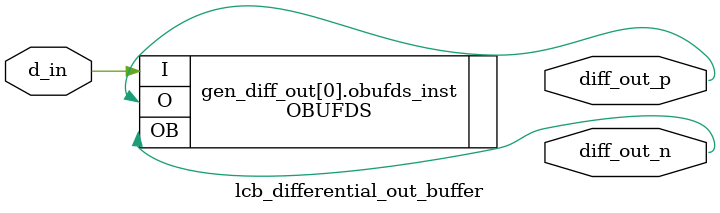
<source format=v>
`timescale 1ns / 1ps

module lcb_differential_out_buffer #
(
  parameter integer DIFF_BUFFER_WIDTH = 1
)
(
  input   wire  [DIFF_BUFFER_WIDTH-1:0]   d_in,
  output  wire  [DIFF_BUFFER_WIDTH-1:0]   diff_out_p,
  output  wire  [DIFF_BUFFER_WIDTH-1:0]   diff_out_n
);

// Generate DIFF_BUFFER_WIDTH number of the Xilinx OBUFDS primitives
genvar i;
generate
  for (i = 0; i < DIFF_BUFFER_WIDTH; i = i + 1)
  begin : gen_diff_out
    OBUFDS
    #(
      .IOSTANDARD("DEFAULT")
    )
    obufds_inst
    (
      .I(d_in[i]),
      .O(diff_out_p[i]),
      .OB(diff_out_n[i])
    );
  end
endgenerate

endmodule

</source>
